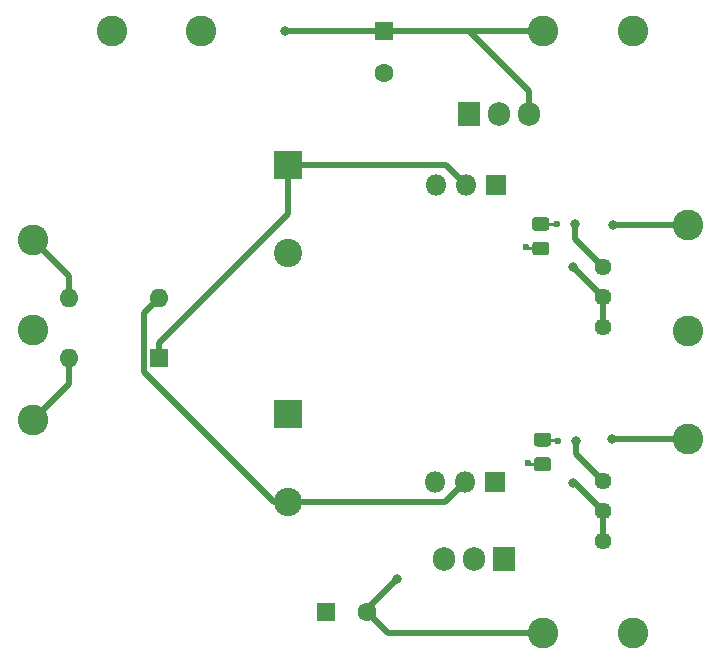
<source format=gbr>
G04 #@! TF.GenerationSoftware,KiCad,Pcbnew,(5.1.8-0-10_14)*
G04 #@! TF.CreationDate,2020-11-13T17:04:17+01:00*
G04 #@! TF.ProjectId,lv-lownoise-psu,6c762d6c-6f77-46e6-9f69-73652d707375,rev?*
G04 #@! TF.SameCoordinates,Original*
G04 #@! TF.FileFunction,Copper,L2,Bot*
G04 #@! TF.FilePolarity,Positive*
%FSLAX46Y46*%
G04 Gerber Fmt 4.6, Leading zero omitted, Abs format (unit mm)*
G04 Created by KiCad (PCBNEW (5.1.8-0-10_14)) date 2020-11-13 17:04:17*
%MOMM*%
%LPD*%
G01*
G04 APERTURE LIST*
G04 #@! TA.AperFunction,ComponentPad*
%ADD10C,1.600000*%
G04 #@! TD*
G04 #@! TA.AperFunction,ComponentPad*
%ADD11R,1.600000X1.600000*%
G04 #@! TD*
G04 #@! TA.AperFunction,ComponentPad*
%ADD12C,2.400000*%
G04 #@! TD*
G04 #@! TA.AperFunction,ComponentPad*
%ADD13R,2.400000X2.400000*%
G04 #@! TD*
G04 #@! TA.AperFunction,ComponentPad*
%ADD14O,1.905000X2.000000*%
G04 #@! TD*
G04 #@! TA.AperFunction,ComponentPad*
%ADD15R,1.905000X2.000000*%
G04 #@! TD*
G04 #@! TA.AperFunction,ComponentPad*
%ADD16O,1.600000X1.600000*%
G04 #@! TD*
G04 #@! TA.AperFunction,ComponentPad*
%ADD17C,2.600000*%
G04 #@! TD*
G04 #@! TA.AperFunction,ComponentPad*
%ADD18O,1.800000X1.800000*%
G04 #@! TD*
G04 #@! TA.AperFunction,ComponentPad*
%ADD19R,1.800000X1.800000*%
G04 #@! TD*
G04 #@! TA.AperFunction,ComponentPad*
%ADD20C,1.440000*%
G04 #@! TD*
G04 #@! TA.AperFunction,ViaPad*
%ADD21C,0.800000*%
G04 #@! TD*
G04 #@! TA.AperFunction,ViaPad*
%ADD22C,0.600000*%
G04 #@! TD*
G04 #@! TA.AperFunction,Conductor*
%ADD23C,0.500000*%
G04 #@! TD*
G04 #@! TA.AperFunction,Conductor*
%ADD24C,0.250000*%
G04 #@! TD*
G04 APERTURE END LIST*
D10*
X114681000Y-86106000D03*
D11*
X111181000Y-86106000D03*
D10*
X116078000Y-40457000D03*
D11*
X116078000Y-36957000D03*
D12*
X107950000Y-76835000D03*
D13*
X107950000Y-69335000D03*
D12*
X107950000Y-55760000D03*
D13*
X107950000Y-48260000D03*
D14*
X121158000Y-81661000D03*
X123698000Y-81661000D03*
D15*
X126238000Y-81661000D03*
D14*
X128397000Y-43942000D03*
X125857000Y-43942000D03*
D15*
X123317000Y-43942000D03*
D11*
X97028000Y-64643000D03*
D16*
X89408000Y-59563000D03*
X97028000Y-59563000D03*
X89408000Y-64643000D03*
D17*
X129540000Y-87884000D03*
X137160000Y-87884000D03*
X93091000Y-36957000D03*
X100584000Y-36957000D03*
X137160000Y-36957000D03*
X129540000Y-36957000D03*
D18*
X120459500Y-75120500D03*
X122999500Y-75120500D03*
D19*
X125539500Y-75120500D03*
D18*
X120523000Y-49974500D03*
X123063000Y-49974500D03*
D19*
X125603000Y-49974500D03*
D20*
X134670800Y-80137000D03*
X134670800Y-77597000D03*
X134670800Y-75057000D03*
X134620000Y-61976000D03*
X134620000Y-59436000D03*
X134620000Y-56896000D03*
D17*
X141859000Y-71501000D03*
X141859000Y-62357000D03*
X141859000Y-53340000D03*
X86360000Y-54610000D03*
X86360000Y-62230000D03*
X86360000Y-69850000D03*
G04 #@! TA.AperFunction,SMDPad,CuDef*
G36*
G01*
X130015000Y-72117800D02*
X129065000Y-72117800D01*
G75*
G02*
X128815000Y-71867800I0J250000D01*
G01*
X128815000Y-71192800D01*
G75*
G02*
X129065000Y-70942800I250000J0D01*
G01*
X130015000Y-70942800D01*
G75*
G02*
X130265000Y-71192800I0J-250000D01*
G01*
X130265000Y-71867800D01*
G75*
G02*
X130015000Y-72117800I-250000J0D01*
G01*
G37*
G04 #@! TD.AperFunction*
G04 #@! TA.AperFunction,SMDPad,CuDef*
G36*
G01*
X130015000Y-74192800D02*
X129065000Y-74192800D01*
G75*
G02*
X128815000Y-73942800I0J250000D01*
G01*
X128815000Y-73267800D01*
G75*
G02*
X129065000Y-73017800I250000J0D01*
G01*
X130015000Y-73017800D01*
G75*
G02*
X130265000Y-73267800I0J-250000D01*
G01*
X130265000Y-73942800D01*
G75*
G02*
X130015000Y-74192800I-250000J0D01*
G01*
G37*
G04 #@! TD.AperFunction*
G04 #@! TA.AperFunction,SMDPad,CuDef*
G36*
G01*
X128912600Y-54755200D02*
X129862600Y-54755200D01*
G75*
G02*
X130112600Y-55005200I0J-250000D01*
G01*
X130112600Y-55680200D01*
G75*
G02*
X129862600Y-55930200I-250000J0D01*
G01*
X128912600Y-55930200D01*
G75*
G02*
X128662600Y-55680200I0J250000D01*
G01*
X128662600Y-55005200D01*
G75*
G02*
X128912600Y-54755200I250000J0D01*
G01*
G37*
G04 #@! TD.AperFunction*
G04 #@! TA.AperFunction,SMDPad,CuDef*
G36*
G01*
X128912600Y-52680200D02*
X129862600Y-52680200D01*
G75*
G02*
X130112600Y-52930200I0J-250000D01*
G01*
X130112600Y-53605200D01*
G75*
G02*
X129862600Y-53855200I-250000J0D01*
G01*
X128912600Y-53855200D01*
G75*
G02*
X128662600Y-53605200I0J250000D01*
G01*
X128662600Y-52930200D01*
G75*
G02*
X128912600Y-52680200I250000J0D01*
G01*
G37*
G04 #@! TD.AperFunction*
D21*
X132296001Y-53302001D03*
X135509000Y-53340000D03*
D22*
X130791001Y-53302001D03*
D21*
X135382000Y-71501000D03*
X132334000Y-71628000D03*
D22*
X130890000Y-71628000D03*
D21*
X132130800Y-56896000D03*
X132130800Y-75209400D03*
D22*
X128171001Y-55202001D03*
X128270000Y-73528000D03*
D21*
X107696000Y-36957000D03*
X117221000Y-83312000D03*
D23*
X121348500Y-48260000D02*
X107950000Y-48260000D01*
X123063000Y-49974500D02*
X121348500Y-48260000D01*
X107950000Y-52421000D02*
X107950000Y-48260000D01*
X97028000Y-63343000D02*
X107950000Y-52421000D01*
X97028000Y-64643000D02*
X97028000Y-63343000D01*
D24*
X130756700Y-53267700D02*
X130791001Y-53302001D01*
X129387600Y-53267700D02*
X130756700Y-53267700D01*
D23*
X135509000Y-53340000D02*
X141859000Y-53340000D01*
X132296001Y-54572001D02*
X134620000Y-56896000D01*
X132296001Y-53302001D02*
X132296001Y-54572001D01*
X135382000Y-71501000D02*
X141859000Y-71501000D01*
X132334000Y-72720200D02*
X134670800Y-75057000D01*
X132334000Y-71628000D02*
X132334000Y-72720200D01*
D24*
X130792300Y-71530300D02*
X130890000Y-71628000D01*
X129540000Y-71530300D02*
X130792300Y-71530300D01*
D23*
X132130800Y-56946800D02*
X134620000Y-59436000D01*
X132130800Y-56896000D02*
X132130800Y-56946800D01*
X134620000Y-59436000D02*
X134620000Y-61976000D01*
X134670800Y-77597000D02*
X134670800Y-80137000D01*
X132283200Y-75209400D02*
X134670800Y-77597000D01*
X132130800Y-75209400D02*
X132283200Y-75209400D01*
D24*
X128311700Y-55342700D02*
X128171001Y-55202001D01*
X129387600Y-55342700D02*
X128311700Y-55342700D01*
X128347300Y-73605300D02*
X128270000Y-73528000D01*
X129540000Y-73605300D02*
X128347300Y-73605300D01*
D23*
X107696000Y-36957000D02*
X123317000Y-36957000D01*
X123317000Y-36957000D02*
X129540000Y-36957000D01*
X128397000Y-42037000D02*
X123317000Y-36957000D01*
X128397000Y-43942000D02*
X128397000Y-42037000D01*
X116459000Y-87884000D02*
X114681000Y-86106000D01*
X129540000Y-87884000D02*
X116459000Y-87884000D01*
X114681000Y-85852000D02*
X117221000Y-83312000D01*
X114681000Y-86106000D02*
X114681000Y-85852000D01*
X122999500Y-75120500D02*
X121285000Y-76835000D01*
X121285000Y-76835000D02*
X111125000Y-76835000D01*
X106809998Y-76835000D02*
X107950000Y-76835000D01*
X95777999Y-65803001D02*
X106809998Y-76835000D01*
X95777999Y-60813001D02*
X95777999Y-65803001D01*
X97028000Y-59563000D02*
X95777999Y-60813001D01*
X111125000Y-76835000D02*
X107950000Y-76835000D01*
X89408000Y-57658000D02*
X86360000Y-54610000D01*
X89408000Y-59563000D02*
X89408000Y-57658000D01*
X89408000Y-66802000D02*
X86360000Y-69850000D01*
X89408000Y-64643000D02*
X89408000Y-66802000D01*
M02*

</source>
